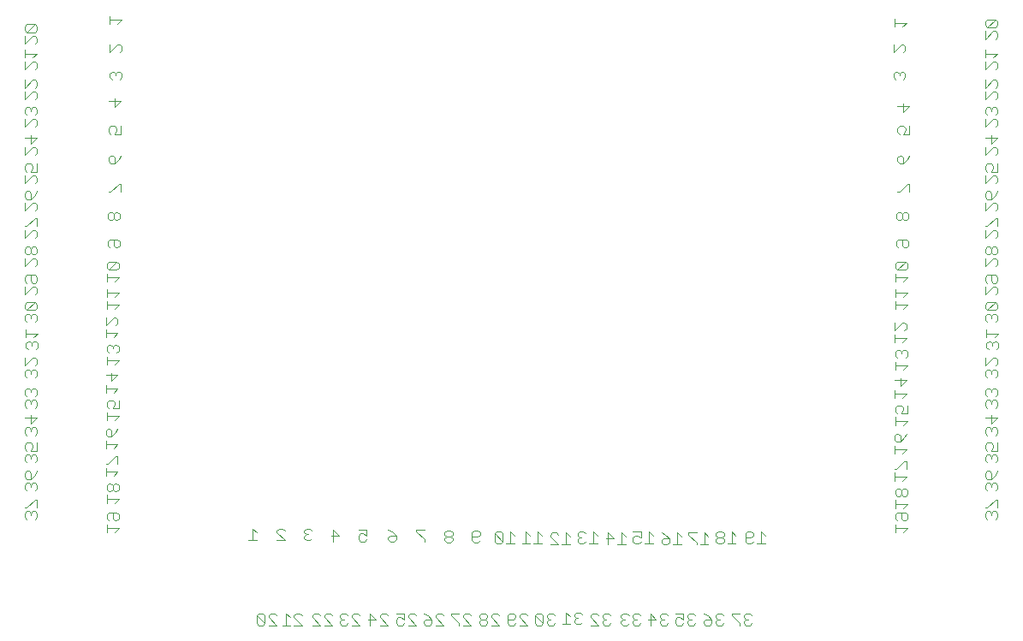
<source format=gbo>
G75*
%MOIN*%
%OFA0B0*%
%FSLAX25Y25*%
%IPPOS*%
%LPD*%
%AMOC8*
5,1,8,0,0,1.08239X$1,22.5*
%
%ADD10C,0.00400*%
D10*
X0082154Y0087311D02*
X0082154Y0090380D01*
X0082154Y0088846D02*
X0086757Y0088846D01*
X0085223Y0087311D01*
X0085223Y0091915D02*
X0084455Y0092682D01*
X0084455Y0094984D01*
X0082921Y0094984D02*
X0085990Y0094984D01*
X0086757Y0094217D01*
X0086757Y0092682D01*
X0085990Y0091915D01*
X0085223Y0091915D01*
X0082921Y0091915D02*
X0082154Y0092682D01*
X0082154Y0094217D01*
X0082921Y0094984D01*
X0082154Y0098728D02*
X0082154Y0101798D01*
X0082154Y0100263D02*
X0086757Y0100263D01*
X0085223Y0098728D01*
X0085223Y0103332D02*
X0085990Y0103332D01*
X0086757Y0104100D01*
X0086757Y0105634D01*
X0085990Y0106402D01*
X0085223Y0106402D01*
X0084455Y0105634D01*
X0084455Y0104100D01*
X0085223Y0103332D01*
X0084455Y0104100D02*
X0083688Y0103332D01*
X0082921Y0103332D01*
X0082154Y0104100D01*
X0082154Y0105634D01*
X0082921Y0106402D01*
X0083688Y0106402D01*
X0084455Y0105634D01*
X0084829Y0109358D02*
X0086364Y0110893D01*
X0081760Y0110893D01*
X0081760Y0109358D02*
X0081760Y0112428D01*
X0081760Y0113962D02*
X0082527Y0113962D01*
X0085596Y0117031D01*
X0086364Y0117031D01*
X0086364Y0113962D01*
X0084829Y0119988D02*
X0086364Y0121523D01*
X0081760Y0121523D01*
X0081760Y0123057D02*
X0081760Y0119988D01*
X0082527Y0124592D02*
X0081760Y0125359D01*
X0081760Y0126894D01*
X0082527Y0127661D01*
X0083294Y0127661D01*
X0084062Y0126894D01*
X0084062Y0124592D01*
X0082527Y0124592D01*
X0084062Y0124592D02*
X0085596Y0126127D01*
X0086364Y0127661D01*
X0085223Y0131012D02*
X0086757Y0132546D01*
X0082154Y0132546D01*
X0082154Y0131012D02*
X0082154Y0134081D01*
X0082921Y0135616D02*
X0082154Y0136383D01*
X0082154Y0137918D01*
X0082921Y0138685D01*
X0084455Y0138685D01*
X0085223Y0137918D01*
X0085223Y0137150D01*
X0084455Y0135616D01*
X0086757Y0135616D01*
X0086757Y0138685D01*
X0084829Y0141642D02*
X0086364Y0143176D01*
X0081760Y0143176D01*
X0081760Y0141642D02*
X0081760Y0144711D01*
X0084062Y0146246D02*
X0084062Y0149315D01*
X0086364Y0148548D02*
X0084062Y0146246D01*
X0081760Y0148548D02*
X0086364Y0148548D01*
X0085223Y0152665D02*
X0086757Y0154200D01*
X0082154Y0154200D01*
X0082154Y0152665D02*
X0082154Y0155735D01*
X0082921Y0157269D02*
X0082154Y0158037D01*
X0082154Y0159571D01*
X0082921Y0160339D01*
X0083688Y0160339D01*
X0084455Y0159571D01*
X0084455Y0158804D01*
X0084455Y0159571D02*
X0085223Y0160339D01*
X0085990Y0160339D01*
X0086757Y0159571D01*
X0086757Y0158037D01*
X0085990Y0157269D01*
X0084829Y0163295D02*
X0086364Y0164830D01*
X0081760Y0164830D01*
X0081760Y0163295D02*
X0081760Y0166365D01*
X0081760Y0167899D02*
X0084829Y0170968D01*
X0085596Y0170968D01*
X0086364Y0170201D01*
X0086364Y0168667D01*
X0085596Y0167899D01*
X0081760Y0167899D02*
X0081760Y0170968D01*
X0082154Y0174319D02*
X0082154Y0177388D01*
X0082154Y0175854D02*
X0086757Y0175854D01*
X0085223Y0174319D01*
X0085223Y0178923D02*
X0086757Y0180457D01*
X0082154Y0180457D01*
X0082154Y0178923D02*
X0082154Y0181992D01*
X0082154Y0184949D02*
X0082154Y0188018D01*
X0082154Y0186483D02*
X0086757Y0186483D01*
X0085223Y0184949D01*
X0085990Y0189553D02*
X0086757Y0190320D01*
X0086757Y0191855D01*
X0085990Y0192622D01*
X0082921Y0189553D01*
X0082154Y0190320D01*
X0082154Y0191855D01*
X0082921Y0192622D01*
X0085990Y0192622D01*
X0085990Y0189553D02*
X0082921Y0189553D01*
X0083315Y0198335D02*
X0082547Y0199102D01*
X0082547Y0200637D01*
X0083315Y0201404D01*
X0086384Y0201404D01*
X0087151Y0200637D01*
X0087151Y0199102D01*
X0086384Y0198335D01*
X0085617Y0198335D01*
X0084849Y0199102D01*
X0084849Y0201404D01*
X0084082Y0208965D02*
X0084849Y0209732D01*
X0084849Y0211267D01*
X0084082Y0212034D01*
X0083315Y0212034D01*
X0082547Y0211267D01*
X0082547Y0209732D01*
X0083315Y0208965D01*
X0084082Y0208965D01*
X0084849Y0209732D02*
X0085617Y0208965D01*
X0086384Y0208965D01*
X0087151Y0209732D01*
X0087151Y0211267D01*
X0086384Y0212034D01*
X0085617Y0212034D01*
X0084849Y0211267D01*
X0083708Y0219988D02*
X0082941Y0219988D01*
X0083708Y0219988D02*
X0086778Y0223057D01*
X0087545Y0223057D01*
X0087545Y0219988D01*
X0085243Y0231012D02*
X0085243Y0233314D01*
X0084476Y0234081D01*
X0083708Y0234081D01*
X0082941Y0233314D01*
X0082941Y0231779D01*
X0083708Y0231012D01*
X0085243Y0231012D01*
X0086778Y0232546D01*
X0087545Y0234081D01*
X0087545Y0242429D02*
X0085243Y0242429D01*
X0086010Y0243964D01*
X0086010Y0244731D01*
X0085243Y0245498D01*
X0083708Y0245498D01*
X0082941Y0244731D01*
X0082941Y0243196D01*
X0083708Y0242429D01*
X0087545Y0242429D02*
X0087545Y0245498D01*
X0085243Y0253059D02*
X0085243Y0256128D01*
X0082941Y0255361D02*
X0087545Y0255361D01*
X0085243Y0253059D01*
X0084102Y0263689D02*
X0083335Y0264456D01*
X0083335Y0265991D01*
X0084102Y0266758D01*
X0084869Y0266758D01*
X0085637Y0265991D01*
X0085637Y0265224D01*
X0085637Y0265991D02*
X0086404Y0266758D01*
X0087171Y0266758D01*
X0087939Y0265991D01*
X0087939Y0264456D01*
X0087171Y0263689D01*
X0087171Y0274319D02*
X0087939Y0275086D01*
X0087939Y0276621D01*
X0087171Y0277388D01*
X0086404Y0277388D01*
X0083335Y0274319D01*
X0083335Y0277388D01*
X0083335Y0285343D02*
X0083335Y0288412D01*
X0083335Y0286877D02*
X0087939Y0286877D01*
X0086404Y0285343D01*
X0054868Y0284374D02*
X0054868Y0282840D01*
X0054100Y0282072D01*
X0051031Y0282072D01*
X0054100Y0285142D01*
X0051031Y0285142D01*
X0050264Y0284374D01*
X0050264Y0282840D01*
X0051031Y0282072D01*
X0050264Y0280538D02*
X0050264Y0277469D01*
X0053333Y0280538D01*
X0054100Y0280538D01*
X0054868Y0279770D01*
X0054868Y0278236D01*
X0054100Y0277469D01*
X0050264Y0275299D02*
X0050264Y0272230D01*
X0050264Y0273765D02*
X0054868Y0273765D01*
X0053333Y0272230D01*
X0053333Y0270695D02*
X0050264Y0267626D01*
X0050264Y0270695D01*
X0053333Y0270695D02*
X0054100Y0270695D01*
X0054868Y0269928D01*
X0054868Y0268393D01*
X0054100Y0267626D01*
X0054100Y0263488D02*
X0054868Y0262721D01*
X0054868Y0261186D01*
X0054100Y0260419D01*
X0054100Y0258884D02*
X0054868Y0258117D01*
X0054868Y0256582D01*
X0054100Y0255815D01*
X0054100Y0252858D02*
X0053333Y0252858D01*
X0052566Y0252091D01*
X0051798Y0252858D01*
X0051031Y0252858D01*
X0050264Y0252091D01*
X0050264Y0250556D01*
X0051031Y0249789D01*
X0050264Y0248254D02*
X0050264Y0245185D01*
X0053333Y0248254D01*
X0054100Y0248254D01*
X0054868Y0247487D01*
X0054868Y0245952D01*
X0054100Y0245185D01*
X0052566Y0241835D02*
X0052566Y0238765D01*
X0054868Y0241067D01*
X0050264Y0241067D01*
X0050264Y0237231D02*
X0050264Y0234161D01*
X0053333Y0237231D01*
X0054100Y0237231D01*
X0054868Y0236463D01*
X0054868Y0234929D01*
X0054100Y0234161D01*
X0054868Y0230811D02*
X0054868Y0227742D01*
X0052566Y0227742D01*
X0053333Y0229276D01*
X0053333Y0230044D01*
X0052566Y0230811D01*
X0051031Y0230811D01*
X0050264Y0230044D01*
X0050264Y0228509D01*
X0051031Y0227742D01*
X0050264Y0226207D02*
X0050264Y0223138D01*
X0053333Y0226207D01*
X0054100Y0226207D01*
X0054868Y0225440D01*
X0054868Y0223905D01*
X0054100Y0223138D01*
X0054868Y0220181D02*
X0054100Y0218646D01*
X0052566Y0217112D01*
X0052566Y0219414D01*
X0051798Y0220181D01*
X0051031Y0220181D01*
X0050264Y0219414D01*
X0050264Y0217879D01*
X0051031Y0217112D01*
X0052566Y0217112D01*
X0053333Y0215577D02*
X0050264Y0212508D01*
X0050264Y0215577D01*
X0053333Y0215577D02*
X0054100Y0215577D01*
X0054868Y0214810D01*
X0054868Y0213275D01*
X0054100Y0212508D01*
X0054100Y0209551D02*
X0051031Y0206482D01*
X0050264Y0206482D01*
X0050264Y0204947D02*
X0050264Y0201878D01*
X0053333Y0204947D01*
X0054100Y0204947D01*
X0054868Y0204180D01*
X0054868Y0202645D01*
X0054100Y0201878D01*
X0054100Y0198528D02*
X0053333Y0198528D01*
X0052566Y0197760D01*
X0052566Y0196226D01*
X0053333Y0195458D01*
X0054100Y0195458D01*
X0054868Y0196226D01*
X0054868Y0197760D01*
X0054100Y0198528D01*
X0052566Y0197760D02*
X0051798Y0198528D01*
X0051031Y0198528D01*
X0050264Y0197760D01*
X0050264Y0196226D01*
X0051031Y0195458D01*
X0051798Y0195458D01*
X0052566Y0196226D01*
X0053333Y0193924D02*
X0054100Y0193924D01*
X0054868Y0193156D01*
X0054868Y0191622D01*
X0054100Y0190854D01*
X0053333Y0193924D02*
X0050264Y0190854D01*
X0050264Y0193924D01*
X0051031Y0187504D02*
X0054100Y0187504D01*
X0054868Y0186737D01*
X0054868Y0185202D01*
X0054100Y0184435D01*
X0053333Y0184435D01*
X0052566Y0185202D01*
X0052566Y0187504D01*
X0051031Y0187504D02*
X0050264Y0186737D01*
X0050264Y0185202D01*
X0051031Y0184435D01*
X0050264Y0182900D02*
X0050264Y0179831D01*
X0053333Y0182900D01*
X0054100Y0182900D01*
X0054868Y0182133D01*
X0054868Y0180598D01*
X0054100Y0179831D01*
X0054100Y0176874D02*
X0051031Y0176874D01*
X0050264Y0176107D01*
X0050264Y0174572D01*
X0051031Y0173805D01*
X0054100Y0176874D01*
X0054868Y0176107D01*
X0054868Y0174572D01*
X0054100Y0173805D01*
X0051031Y0173805D01*
X0051031Y0172270D02*
X0050264Y0171503D01*
X0050264Y0169968D01*
X0051031Y0169201D01*
X0052566Y0170735D02*
X0052566Y0171503D01*
X0051798Y0172270D01*
X0051031Y0172270D01*
X0052566Y0171503D02*
X0053333Y0172270D01*
X0054100Y0172270D01*
X0054868Y0171503D01*
X0054868Y0169968D01*
X0054100Y0169201D01*
X0050657Y0166244D02*
X0050657Y0163175D01*
X0050657Y0164709D02*
X0055261Y0164709D01*
X0053727Y0163175D01*
X0053727Y0161640D02*
X0052959Y0160873D01*
X0052192Y0161640D01*
X0051425Y0161640D01*
X0050657Y0160873D01*
X0050657Y0159338D01*
X0051425Y0158571D01*
X0052959Y0160105D02*
X0052959Y0160873D01*
X0053727Y0161640D02*
X0054494Y0161640D01*
X0055261Y0160873D01*
X0055261Y0159338D01*
X0054494Y0158571D01*
X0054100Y0155220D02*
X0054868Y0154453D01*
X0054868Y0152918D01*
X0054100Y0152151D01*
X0054100Y0150617D02*
X0053333Y0150617D01*
X0052566Y0149849D01*
X0051798Y0150617D01*
X0051031Y0150617D01*
X0050264Y0149849D01*
X0050264Y0148315D01*
X0051031Y0147547D01*
X0052566Y0149082D02*
X0052566Y0149849D01*
X0054100Y0150617D02*
X0054868Y0149849D01*
X0054868Y0148315D01*
X0054100Y0147547D01*
X0054100Y0143409D02*
X0053333Y0143409D01*
X0052566Y0142642D01*
X0051798Y0143409D01*
X0051031Y0143409D01*
X0050264Y0142642D01*
X0050264Y0141107D01*
X0051031Y0140340D01*
X0051031Y0138805D02*
X0050264Y0138038D01*
X0050264Y0136504D01*
X0051031Y0135736D01*
X0052566Y0137271D02*
X0052566Y0138038D01*
X0051798Y0138805D01*
X0051031Y0138805D01*
X0052566Y0138038D02*
X0053333Y0138805D01*
X0054100Y0138805D01*
X0054868Y0138038D01*
X0054868Y0136504D01*
X0054100Y0135736D01*
X0052566Y0132780D02*
X0052566Y0129710D01*
X0054868Y0132012D01*
X0050264Y0132012D01*
X0051031Y0128176D02*
X0050264Y0127408D01*
X0050264Y0125874D01*
X0051031Y0125106D01*
X0052566Y0126641D02*
X0052566Y0127408D01*
X0051798Y0128176D01*
X0051031Y0128176D01*
X0052566Y0127408D02*
X0053333Y0128176D01*
X0054100Y0128176D01*
X0054868Y0127408D01*
X0054868Y0125874D01*
X0054100Y0125106D01*
X0054868Y0122150D02*
X0054868Y0119080D01*
X0052566Y0119080D01*
X0053333Y0120615D01*
X0053333Y0121382D01*
X0052566Y0122150D01*
X0051031Y0122150D01*
X0050264Y0121382D01*
X0050264Y0119848D01*
X0051031Y0119080D01*
X0051031Y0117546D02*
X0050264Y0116778D01*
X0050264Y0115244D01*
X0051031Y0114476D01*
X0052566Y0116011D02*
X0052566Y0116778D01*
X0051798Y0117546D01*
X0051031Y0117546D01*
X0052566Y0116778D02*
X0053333Y0117546D01*
X0054100Y0117546D01*
X0054868Y0116778D01*
X0054868Y0115244D01*
X0054100Y0114476D01*
X0054868Y0111126D02*
X0054100Y0109591D01*
X0052566Y0108057D01*
X0052566Y0110359D01*
X0051798Y0111126D01*
X0051031Y0111126D01*
X0050264Y0110359D01*
X0050264Y0108824D01*
X0051031Y0108057D01*
X0052566Y0108057D01*
X0053333Y0106522D02*
X0052566Y0105755D01*
X0051798Y0106522D01*
X0051031Y0106522D01*
X0050264Y0105755D01*
X0050264Y0104220D01*
X0051031Y0103453D01*
X0052566Y0104987D02*
X0052566Y0105755D01*
X0053333Y0106522D02*
X0054100Y0106522D01*
X0054868Y0105755D01*
X0054868Y0104220D01*
X0054100Y0103453D01*
X0054100Y0100102D02*
X0051031Y0097033D01*
X0050264Y0097033D01*
X0051031Y0095498D02*
X0050264Y0094731D01*
X0050264Y0093196D01*
X0051031Y0092429D01*
X0052566Y0093964D02*
X0052566Y0094731D01*
X0051798Y0095498D01*
X0051031Y0095498D01*
X0052566Y0094731D02*
X0053333Y0095498D01*
X0054100Y0095498D01*
X0054868Y0094731D01*
X0054868Y0093196D01*
X0054100Y0092429D01*
X0054868Y0097033D02*
X0054868Y0100102D01*
X0054100Y0100102D01*
X0054100Y0140340D02*
X0054868Y0141107D01*
X0054868Y0142642D01*
X0054100Y0143409D01*
X0052566Y0142642D02*
X0052566Y0141875D01*
X0050264Y0152151D02*
X0053333Y0155220D01*
X0054100Y0155220D01*
X0050264Y0155220D02*
X0050264Y0152151D01*
X0054868Y0206482D02*
X0054868Y0209551D01*
X0054100Y0209551D01*
X0054100Y0249789D02*
X0054868Y0250556D01*
X0054868Y0252091D01*
X0054100Y0252858D01*
X0052566Y0252091D02*
X0052566Y0251324D01*
X0050264Y0255815D02*
X0053333Y0258884D01*
X0054100Y0258884D01*
X0050264Y0258884D02*
X0050264Y0255815D01*
X0050264Y0260419D02*
X0053333Y0263488D01*
X0054100Y0263488D01*
X0050264Y0263488D02*
X0050264Y0260419D01*
X0054868Y0284374D02*
X0054100Y0285142D01*
X0138880Y0088765D02*
X0138880Y0084161D01*
X0137346Y0084161D02*
X0140415Y0084161D01*
X0140415Y0087231D02*
X0138880Y0088765D01*
X0148369Y0087998D02*
X0149137Y0088765D01*
X0150671Y0088765D01*
X0151439Y0087998D01*
X0148369Y0087998D02*
X0148369Y0087231D01*
X0151439Y0084161D01*
X0148369Y0084161D01*
X0158999Y0084929D02*
X0159767Y0084161D01*
X0161301Y0084161D01*
X0162069Y0084929D01*
X0160534Y0086463D02*
X0159767Y0086463D01*
X0158999Y0085696D01*
X0158999Y0084929D01*
X0159767Y0086463D02*
X0158999Y0087231D01*
X0158999Y0087998D01*
X0159767Y0088765D01*
X0161301Y0088765D01*
X0162069Y0087998D01*
X0169629Y0086070D02*
X0172698Y0086070D01*
X0170396Y0088372D01*
X0170396Y0083768D01*
X0180259Y0084535D02*
X0181026Y0083768D01*
X0182561Y0083768D01*
X0183328Y0084535D01*
X0183328Y0086070D02*
X0181794Y0086837D01*
X0181026Y0086837D01*
X0180259Y0086070D01*
X0180259Y0084535D01*
X0183328Y0086070D02*
X0183328Y0088372D01*
X0180259Y0088372D01*
X0191676Y0088372D02*
X0193211Y0087604D01*
X0194746Y0086070D01*
X0192444Y0086070D01*
X0191676Y0085302D01*
X0191676Y0084535D01*
X0192444Y0083768D01*
X0193978Y0083768D01*
X0194746Y0084535D01*
X0194746Y0086070D01*
X0202700Y0087604D02*
X0205769Y0084535D01*
X0205769Y0083768D01*
X0205769Y0088372D02*
X0202700Y0088372D01*
X0202700Y0087604D01*
X0213724Y0087211D02*
X0213724Y0086443D01*
X0214491Y0085676D01*
X0216026Y0085676D01*
X0216793Y0086443D01*
X0216793Y0087211D01*
X0216026Y0087978D01*
X0214491Y0087978D01*
X0213724Y0087211D01*
X0214491Y0085676D02*
X0213724Y0084909D01*
X0213724Y0084141D01*
X0214491Y0083374D01*
X0216026Y0083374D01*
X0216793Y0084141D01*
X0216793Y0084909D01*
X0216026Y0085676D01*
X0224354Y0085676D02*
X0226656Y0085676D01*
X0227423Y0086443D01*
X0227423Y0087211D01*
X0226656Y0087978D01*
X0225121Y0087978D01*
X0224354Y0087211D01*
X0224354Y0084141D01*
X0225121Y0083374D01*
X0226656Y0083374D01*
X0227423Y0084141D01*
X0233135Y0083748D02*
X0233135Y0086817D01*
X0236205Y0083748D01*
X0235437Y0082980D01*
X0233903Y0082980D01*
X0233135Y0083748D01*
X0233135Y0086817D02*
X0233903Y0087584D01*
X0235437Y0087584D01*
X0236205Y0086817D01*
X0236205Y0083748D01*
X0237739Y0082980D02*
X0240809Y0082980D01*
X0239274Y0082980D02*
X0239274Y0087584D01*
X0240809Y0086050D01*
X0243765Y0082980D02*
X0246835Y0082980D01*
X0248369Y0082980D02*
X0251439Y0082980D01*
X0249904Y0082980D02*
X0249904Y0087584D01*
X0251439Y0086050D01*
X0254789Y0086423D02*
X0254789Y0085656D01*
X0257858Y0082587D01*
X0254789Y0082587D01*
X0254789Y0086423D02*
X0255556Y0087191D01*
X0257091Y0087191D01*
X0257858Y0086423D01*
X0260928Y0087191D02*
X0260928Y0082587D01*
X0262462Y0082587D02*
X0259393Y0082587D01*
X0262462Y0085656D02*
X0260928Y0087191D01*
X0265419Y0086817D02*
X0265419Y0086050D01*
X0266186Y0085282D01*
X0265419Y0084515D01*
X0265419Y0083748D01*
X0266186Y0082980D01*
X0267721Y0082980D01*
X0268488Y0083748D01*
X0270023Y0082980D02*
X0273092Y0082980D01*
X0271557Y0082980D02*
X0271557Y0087584D01*
X0273092Y0086050D01*
X0276443Y0084889D02*
X0279512Y0084889D01*
X0277210Y0087191D01*
X0277210Y0082587D01*
X0281046Y0082587D02*
X0284116Y0082587D01*
X0282581Y0082587D02*
X0282581Y0087191D01*
X0284116Y0085656D01*
X0287072Y0085282D02*
X0287840Y0086050D01*
X0288607Y0086050D01*
X0290142Y0085282D01*
X0290142Y0087584D01*
X0287072Y0087584D01*
X0287072Y0085282D02*
X0287072Y0083748D01*
X0287840Y0082980D01*
X0289374Y0082980D01*
X0290142Y0083748D01*
X0291676Y0082980D02*
X0294746Y0082980D01*
X0293211Y0082980D02*
X0293211Y0087584D01*
X0294746Y0086050D01*
X0298096Y0087191D02*
X0299631Y0086423D01*
X0301165Y0084889D01*
X0298863Y0084889D01*
X0298096Y0084121D01*
X0298096Y0083354D01*
X0298863Y0082587D01*
X0300398Y0082587D01*
X0301165Y0083354D01*
X0301165Y0084889D01*
X0302700Y0082587D02*
X0305769Y0082587D01*
X0304235Y0082587D02*
X0304235Y0087191D01*
X0305769Y0085656D01*
X0308726Y0086423D02*
X0311795Y0083354D01*
X0311795Y0082587D01*
X0313330Y0082587D02*
X0316399Y0082587D01*
X0314865Y0082587D02*
X0314865Y0087191D01*
X0316399Y0085656D01*
X0319356Y0086050D02*
X0320123Y0085282D01*
X0321658Y0085282D01*
X0322425Y0086050D01*
X0322425Y0086817D01*
X0321658Y0087584D01*
X0320123Y0087584D01*
X0319356Y0086817D01*
X0319356Y0086050D01*
X0320123Y0085282D02*
X0319356Y0084515D01*
X0319356Y0083748D01*
X0320123Y0082980D01*
X0321658Y0082980D01*
X0322425Y0083748D01*
X0322425Y0084515D01*
X0321658Y0085282D01*
X0323960Y0082980D02*
X0327029Y0082980D01*
X0325495Y0082980D02*
X0325495Y0087584D01*
X0327029Y0086050D01*
X0330773Y0086817D02*
X0330773Y0083748D01*
X0331541Y0082980D01*
X0333075Y0082980D01*
X0333843Y0083748D01*
X0335377Y0082980D02*
X0338446Y0082980D01*
X0336912Y0082980D02*
X0336912Y0087584D01*
X0338446Y0086050D01*
X0333843Y0086050D02*
X0333075Y0085282D01*
X0330773Y0085282D01*
X0330773Y0086817D02*
X0331541Y0087584D01*
X0333075Y0087584D01*
X0333843Y0086817D01*
X0333843Y0086050D01*
X0311795Y0087191D02*
X0308726Y0087191D01*
X0308726Y0086423D01*
X0268488Y0086817D02*
X0267721Y0087584D01*
X0266186Y0087584D01*
X0265419Y0086817D01*
X0266186Y0085282D02*
X0266954Y0085282D01*
X0246835Y0086050D02*
X0245300Y0087584D01*
X0245300Y0082980D01*
X0245159Y0055694D02*
X0243625Y0055694D01*
X0242857Y0054927D01*
X0242857Y0054160D01*
X0245927Y0051091D01*
X0242857Y0051091D01*
X0241323Y0051858D02*
X0240556Y0051091D01*
X0239021Y0051091D01*
X0238254Y0051858D01*
X0238254Y0054927D01*
X0239021Y0055694D01*
X0240556Y0055694D01*
X0241323Y0054927D01*
X0241323Y0054160D01*
X0240556Y0053393D01*
X0238254Y0053393D01*
X0234903Y0054927D02*
X0234136Y0055694D01*
X0232601Y0055694D01*
X0231834Y0054927D01*
X0231834Y0054160D01*
X0234903Y0051091D01*
X0231834Y0051091D01*
X0230299Y0051858D02*
X0230299Y0052625D01*
X0229532Y0053393D01*
X0227997Y0053393D01*
X0227230Y0052625D01*
X0227230Y0051858D01*
X0227997Y0051091D01*
X0229532Y0051091D01*
X0230299Y0051858D01*
X0229532Y0053393D02*
X0230299Y0054160D01*
X0230299Y0054927D01*
X0229532Y0055694D01*
X0227997Y0055694D01*
X0227230Y0054927D01*
X0227230Y0054160D01*
X0227997Y0053393D01*
X0223880Y0054927D02*
X0223112Y0055694D01*
X0221578Y0055694D01*
X0220810Y0054927D01*
X0220810Y0054160D01*
X0223880Y0051091D01*
X0220810Y0051091D01*
X0219276Y0051091D02*
X0219276Y0051858D01*
X0216206Y0054927D01*
X0216206Y0055694D01*
X0219276Y0055694D01*
X0213250Y0054927D02*
X0212482Y0055694D01*
X0210948Y0055694D01*
X0210180Y0054927D01*
X0210180Y0054160D01*
X0213250Y0051091D01*
X0210180Y0051091D01*
X0208646Y0051858D02*
X0207878Y0051091D01*
X0206344Y0051091D01*
X0205576Y0051858D01*
X0205576Y0052625D01*
X0206344Y0053393D01*
X0208646Y0053393D01*
X0208646Y0051858D01*
X0208646Y0053393D02*
X0207111Y0054927D01*
X0205576Y0055694D01*
X0202620Y0054927D02*
X0201852Y0055694D01*
X0200318Y0055694D01*
X0199550Y0054927D01*
X0199550Y0054160D01*
X0202620Y0051091D01*
X0199550Y0051091D01*
X0198016Y0051858D02*
X0197248Y0051091D01*
X0195714Y0051091D01*
X0194946Y0051858D01*
X0194946Y0053393D01*
X0195714Y0054160D01*
X0196481Y0054160D01*
X0198016Y0053393D01*
X0198016Y0055694D01*
X0194946Y0055694D01*
X0191596Y0054927D02*
X0190829Y0055694D01*
X0189294Y0055694D01*
X0188527Y0054927D01*
X0188527Y0054160D01*
X0191596Y0051091D01*
X0188527Y0051091D01*
X0186992Y0053393D02*
X0183923Y0053393D01*
X0184690Y0055694D02*
X0186992Y0053393D01*
X0184690Y0055694D02*
X0184690Y0051091D01*
X0180572Y0051091D02*
X0177503Y0054160D01*
X0177503Y0054927D01*
X0178270Y0055694D01*
X0179805Y0055694D01*
X0180572Y0054927D01*
X0180572Y0051091D02*
X0177503Y0051091D01*
X0175969Y0051858D02*
X0175201Y0051091D01*
X0173667Y0051091D01*
X0172899Y0051858D01*
X0172899Y0052625D01*
X0173667Y0053393D01*
X0174434Y0053393D01*
X0173667Y0053393D02*
X0172899Y0054160D01*
X0172899Y0054927D01*
X0173667Y0055694D01*
X0175201Y0055694D01*
X0175969Y0054927D01*
X0169943Y0054927D02*
X0169175Y0055694D01*
X0167641Y0055694D01*
X0166873Y0054927D01*
X0166873Y0054160D01*
X0169943Y0051091D01*
X0166873Y0051091D01*
X0165339Y0051091D02*
X0162269Y0054160D01*
X0162269Y0054927D01*
X0163037Y0055694D01*
X0164571Y0055694D01*
X0165339Y0054927D01*
X0165339Y0051091D02*
X0162269Y0051091D01*
X0158131Y0051091D02*
X0155062Y0054160D01*
X0155062Y0054927D01*
X0155830Y0055694D01*
X0157364Y0055694D01*
X0158131Y0054927D01*
X0158131Y0051091D02*
X0155062Y0051091D01*
X0153528Y0051091D02*
X0150458Y0051091D01*
X0151993Y0051091D02*
X0151993Y0055694D01*
X0153528Y0054160D01*
X0148289Y0054927D02*
X0147522Y0055694D01*
X0145987Y0055694D01*
X0145220Y0054927D01*
X0145220Y0054160D01*
X0148289Y0051091D01*
X0145220Y0051091D01*
X0143685Y0051858D02*
X0140616Y0054927D01*
X0140616Y0051858D01*
X0141383Y0051091D01*
X0142918Y0051091D01*
X0143685Y0051858D01*
X0143685Y0054927D01*
X0142918Y0055694D01*
X0141383Y0055694D01*
X0140616Y0054927D01*
X0245159Y0055694D02*
X0245927Y0054927D01*
X0248883Y0054927D02*
X0251953Y0051858D01*
X0251185Y0051091D01*
X0249651Y0051091D01*
X0248883Y0051858D01*
X0248883Y0054927D01*
X0249651Y0055694D01*
X0251185Y0055694D01*
X0251953Y0054927D01*
X0251953Y0051858D01*
X0253487Y0051858D02*
X0254255Y0051091D01*
X0255789Y0051091D01*
X0256557Y0051858D01*
X0255022Y0053393D02*
X0254255Y0053393D01*
X0253487Y0052625D01*
X0253487Y0051858D01*
X0254255Y0053393D02*
X0253487Y0054160D01*
X0253487Y0054927D01*
X0254255Y0055694D01*
X0255789Y0055694D01*
X0256557Y0054927D01*
X0259513Y0051484D02*
X0262583Y0051484D01*
X0261048Y0051484D02*
X0261048Y0056088D01*
X0262583Y0054554D01*
X0264117Y0054554D02*
X0264885Y0053786D01*
X0264117Y0053019D01*
X0264117Y0052252D01*
X0264885Y0051484D01*
X0266419Y0051484D01*
X0267187Y0052252D01*
X0265652Y0053786D02*
X0264885Y0053786D01*
X0264117Y0054554D02*
X0264117Y0055321D01*
X0264885Y0056088D01*
X0266419Y0056088D01*
X0267187Y0055321D01*
X0270537Y0054927D02*
X0271304Y0055694D01*
X0272839Y0055694D01*
X0273606Y0054927D01*
X0275141Y0054927D02*
X0275141Y0054160D01*
X0275908Y0053393D01*
X0275141Y0052625D01*
X0275141Y0051858D01*
X0275908Y0051091D01*
X0277443Y0051091D01*
X0278210Y0051858D01*
X0276676Y0053393D02*
X0275908Y0053393D01*
X0275141Y0054927D02*
X0275908Y0055694D01*
X0277443Y0055694D01*
X0278210Y0054927D01*
X0282348Y0054927D02*
X0282348Y0054160D01*
X0283115Y0053393D01*
X0282348Y0052625D01*
X0282348Y0051858D01*
X0283115Y0051091D01*
X0284650Y0051091D01*
X0285417Y0051858D01*
X0286952Y0051858D02*
X0287719Y0051091D01*
X0289254Y0051091D01*
X0290021Y0051858D01*
X0288487Y0053393D02*
X0287719Y0053393D01*
X0286952Y0052625D01*
X0286952Y0051858D01*
X0287719Y0053393D02*
X0286952Y0054160D01*
X0286952Y0054927D01*
X0287719Y0055694D01*
X0289254Y0055694D01*
X0290021Y0054927D01*
X0292978Y0053393D02*
X0296047Y0053393D01*
X0293745Y0055694D01*
X0293745Y0051091D01*
X0297582Y0051858D02*
X0298349Y0051091D01*
X0299884Y0051091D01*
X0300651Y0051858D01*
X0299117Y0053393D02*
X0298349Y0053393D01*
X0297582Y0052625D01*
X0297582Y0051858D01*
X0298349Y0053393D02*
X0297582Y0054160D01*
X0297582Y0054927D01*
X0298349Y0055694D01*
X0299884Y0055694D01*
X0300651Y0054927D01*
X0303608Y0055694D02*
X0306677Y0055694D01*
X0306677Y0053393D01*
X0305143Y0054160D01*
X0304375Y0054160D01*
X0303608Y0053393D01*
X0303608Y0051858D01*
X0304375Y0051091D01*
X0305910Y0051091D01*
X0306677Y0051858D01*
X0308212Y0051858D02*
X0308979Y0051091D01*
X0310514Y0051091D01*
X0311281Y0051858D01*
X0309746Y0053393D02*
X0308979Y0053393D01*
X0308212Y0052625D01*
X0308212Y0051858D01*
X0308979Y0053393D02*
X0308212Y0054160D01*
X0308212Y0054927D01*
X0308979Y0055694D01*
X0310514Y0055694D01*
X0311281Y0054927D01*
X0314632Y0055694D02*
X0316166Y0054927D01*
X0317701Y0053393D01*
X0315399Y0053393D01*
X0314632Y0052625D01*
X0314632Y0051858D01*
X0315399Y0051091D01*
X0316933Y0051091D01*
X0317701Y0051858D01*
X0317701Y0053393D01*
X0319235Y0054160D02*
X0320003Y0053393D01*
X0319235Y0052625D01*
X0319235Y0051858D01*
X0320003Y0051091D01*
X0321537Y0051091D01*
X0322305Y0051858D01*
X0320770Y0053393D02*
X0320003Y0053393D01*
X0319235Y0054160D02*
X0319235Y0054927D01*
X0320003Y0055694D01*
X0321537Y0055694D01*
X0322305Y0054927D01*
X0325655Y0054927D02*
X0328724Y0051858D01*
X0328724Y0051091D01*
X0330259Y0051858D02*
X0331026Y0051091D01*
X0332561Y0051091D01*
X0333328Y0051858D01*
X0331794Y0053393D02*
X0331026Y0053393D01*
X0330259Y0052625D01*
X0330259Y0051858D01*
X0331026Y0053393D02*
X0330259Y0054160D01*
X0330259Y0054927D01*
X0331026Y0055694D01*
X0332561Y0055694D01*
X0333328Y0054927D01*
X0328724Y0055694D02*
X0325655Y0055694D01*
X0325655Y0054927D01*
X0285417Y0054927D02*
X0284650Y0055694D01*
X0283115Y0055694D01*
X0282348Y0054927D01*
X0283115Y0053393D02*
X0283883Y0053393D01*
X0273606Y0051091D02*
X0270537Y0054160D01*
X0270537Y0054927D01*
X0270537Y0051091D02*
X0273606Y0051091D01*
X0389240Y0087311D02*
X0389240Y0090380D01*
X0389240Y0088846D02*
X0393844Y0088846D01*
X0392309Y0087311D01*
X0392309Y0091915D02*
X0391542Y0092682D01*
X0391542Y0094984D01*
X0390007Y0094984D02*
X0393077Y0094984D01*
X0393844Y0094217D01*
X0393844Y0092682D01*
X0393077Y0091915D01*
X0392309Y0091915D01*
X0390007Y0091915D02*
X0389240Y0092682D01*
X0389240Y0094217D01*
X0390007Y0094984D01*
X0389240Y0096760D02*
X0389240Y0099829D01*
X0389240Y0098294D02*
X0393844Y0098294D01*
X0392309Y0096760D01*
X0392309Y0101364D02*
X0391542Y0102131D01*
X0391542Y0103666D01*
X0390775Y0104433D01*
X0390007Y0104433D01*
X0389240Y0103666D01*
X0389240Y0102131D01*
X0390007Y0101364D01*
X0390775Y0101364D01*
X0391542Y0102131D01*
X0392309Y0101364D02*
X0393077Y0101364D01*
X0393844Y0102131D01*
X0393844Y0103666D01*
X0393077Y0104433D01*
X0392309Y0104433D01*
X0391542Y0103666D01*
X0391916Y0107390D02*
X0393450Y0108924D01*
X0388846Y0108924D01*
X0388846Y0107390D02*
X0388846Y0110459D01*
X0388846Y0111994D02*
X0389614Y0111994D01*
X0392683Y0115063D01*
X0393450Y0115063D01*
X0393450Y0111994D01*
X0391916Y0118020D02*
X0393450Y0119554D01*
X0388846Y0119554D01*
X0388846Y0118020D02*
X0388846Y0121089D01*
X0389614Y0122624D02*
X0388846Y0123391D01*
X0388846Y0124926D01*
X0389614Y0125693D01*
X0390381Y0125693D01*
X0391148Y0124926D01*
X0391148Y0122624D01*
X0389614Y0122624D01*
X0391148Y0122624D02*
X0392683Y0124158D01*
X0393450Y0125693D01*
X0392309Y0129043D02*
X0393844Y0130578D01*
X0389240Y0130578D01*
X0389240Y0129043D02*
X0389240Y0132113D01*
X0390007Y0133647D02*
X0389240Y0134415D01*
X0389240Y0135949D01*
X0390007Y0136717D01*
X0391542Y0136717D01*
X0392309Y0135949D01*
X0392309Y0135182D01*
X0391542Y0133647D01*
X0393844Y0133647D01*
X0393844Y0136717D01*
X0391916Y0139673D02*
X0393450Y0141208D01*
X0388846Y0141208D01*
X0388846Y0139673D02*
X0388846Y0142743D01*
X0391148Y0144277D02*
X0391148Y0147346D01*
X0388846Y0146579D02*
X0393450Y0146579D01*
X0391148Y0144277D01*
X0392309Y0150697D02*
X0393844Y0152231D01*
X0389240Y0152231D01*
X0389240Y0150697D02*
X0389240Y0153766D01*
X0390007Y0155301D02*
X0389240Y0156068D01*
X0389240Y0157603D01*
X0390007Y0158370D01*
X0390775Y0158370D01*
X0391542Y0157603D01*
X0391542Y0156835D01*
X0391542Y0157603D02*
X0392309Y0158370D01*
X0393077Y0158370D01*
X0393844Y0157603D01*
X0393844Y0156068D01*
X0393077Y0155301D01*
X0391916Y0161327D02*
X0393450Y0162861D01*
X0388846Y0162861D01*
X0388846Y0161327D02*
X0388846Y0164396D01*
X0388846Y0165931D02*
X0391916Y0169000D01*
X0392683Y0169000D01*
X0393450Y0168233D01*
X0393450Y0166698D01*
X0392683Y0165931D01*
X0388846Y0165931D02*
X0388846Y0169000D01*
X0389240Y0174319D02*
X0389240Y0177388D01*
X0389240Y0175854D02*
X0393844Y0175854D01*
X0392309Y0174319D01*
X0392309Y0178923D02*
X0393844Y0180457D01*
X0389240Y0180457D01*
X0389240Y0178923D02*
X0389240Y0181992D01*
X0389240Y0184949D02*
X0389240Y0188018D01*
X0389240Y0186483D02*
X0393844Y0186483D01*
X0392309Y0184949D01*
X0393077Y0189553D02*
X0390007Y0189553D01*
X0393077Y0192622D01*
X0390007Y0192622D01*
X0389240Y0191855D01*
X0389240Y0190320D01*
X0390007Y0189553D01*
X0393077Y0189553D02*
X0393844Y0190320D01*
X0393844Y0191855D01*
X0393077Y0192622D01*
X0392703Y0198335D02*
X0391936Y0199102D01*
X0391936Y0201404D01*
X0393470Y0201404D02*
X0390401Y0201404D01*
X0389634Y0200637D01*
X0389634Y0199102D01*
X0390401Y0198335D01*
X0392703Y0198335D02*
X0393470Y0198335D01*
X0394238Y0199102D01*
X0394238Y0200637D01*
X0393470Y0201404D01*
X0393470Y0208965D02*
X0392703Y0208965D01*
X0391936Y0209732D01*
X0391936Y0211267D01*
X0391168Y0212034D01*
X0390401Y0212034D01*
X0389634Y0211267D01*
X0389634Y0209732D01*
X0390401Y0208965D01*
X0391168Y0208965D01*
X0391936Y0209732D01*
X0391936Y0211267D02*
X0392703Y0212034D01*
X0393470Y0212034D01*
X0394238Y0211267D01*
X0394238Y0209732D01*
X0393470Y0208965D01*
X0394631Y0219988D02*
X0394631Y0223057D01*
X0393864Y0223057D01*
X0390795Y0219988D01*
X0390028Y0219988D01*
X0390795Y0231012D02*
X0390028Y0231779D01*
X0390028Y0233314D01*
X0390795Y0234081D01*
X0391562Y0234081D01*
X0392330Y0233314D01*
X0392330Y0231012D01*
X0390795Y0231012D01*
X0392330Y0231012D02*
X0393864Y0232546D01*
X0394631Y0234081D01*
X0394631Y0242429D02*
X0392330Y0242429D01*
X0393097Y0243964D01*
X0393097Y0244731D01*
X0392330Y0245498D01*
X0390795Y0245498D01*
X0390028Y0244731D01*
X0390028Y0243196D01*
X0390795Y0242429D01*
X0394631Y0242429D02*
X0394631Y0245498D01*
X0392330Y0251091D02*
X0392330Y0254160D01*
X0394631Y0253393D02*
X0392330Y0251091D01*
X0394631Y0253393D02*
X0390028Y0253393D01*
X0389220Y0263689D02*
X0388453Y0264456D01*
X0388453Y0265991D01*
X0389220Y0266758D01*
X0389987Y0266758D01*
X0390755Y0265991D01*
X0390755Y0265224D01*
X0390755Y0265991D02*
X0391522Y0266758D01*
X0392289Y0266758D01*
X0393057Y0265991D01*
X0393057Y0264456D01*
X0392289Y0263689D01*
X0392289Y0274319D02*
X0393057Y0275086D01*
X0393057Y0276621D01*
X0392289Y0277388D01*
X0391522Y0277388D01*
X0388453Y0274319D01*
X0388453Y0277388D01*
X0388846Y0284161D02*
X0388846Y0287231D01*
X0388846Y0285696D02*
X0393450Y0285696D01*
X0391916Y0284161D01*
X0424280Y0284808D02*
X0425047Y0284041D01*
X0428116Y0287110D01*
X0425047Y0287110D01*
X0424280Y0286343D01*
X0424280Y0284808D01*
X0425047Y0284041D02*
X0428116Y0284041D01*
X0428883Y0284808D01*
X0428883Y0286343D01*
X0428116Y0287110D01*
X0428116Y0282506D02*
X0428883Y0281739D01*
X0428883Y0280204D01*
X0428116Y0279437D01*
X0428116Y0282506D02*
X0427349Y0282506D01*
X0424280Y0279437D01*
X0424280Y0282506D01*
X0424280Y0275299D02*
X0424280Y0272230D01*
X0424280Y0273765D02*
X0428883Y0273765D01*
X0427349Y0272230D01*
X0427349Y0270695D02*
X0424280Y0267626D01*
X0424280Y0270695D01*
X0427349Y0270695D02*
X0428116Y0270695D01*
X0428883Y0269928D01*
X0428883Y0268393D01*
X0428116Y0267626D01*
X0428116Y0263488D02*
X0428883Y0262721D01*
X0428883Y0261186D01*
X0428116Y0260419D01*
X0428116Y0258884D02*
X0428883Y0258117D01*
X0428883Y0256582D01*
X0428116Y0255815D01*
X0428116Y0252858D02*
X0427349Y0252858D01*
X0426581Y0252091D01*
X0425814Y0252858D01*
X0425047Y0252858D01*
X0424280Y0252091D01*
X0424280Y0250556D01*
X0425047Y0249789D01*
X0424280Y0248254D02*
X0424280Y0245185D01*
X0427349Y0248254D01*
X0428116Y0248254D01*
X0428883Y0247487D01*
X0428883Y0245952D01*
X0428116Y0245185D01*
X0426581Y0241835D02*
X0426581Y0238765D01*
X0428883Y0241067D01*
X0424280Y0241067D01*
X0424280Y0237231D02*
X0424280Y0234161D01*
X0427349Y0237231D01*
X0428116Y0237231D01*
X0428883Y0236463D01*
X0428883Y0234929D01*
X0428116Y0234161D01*
X0428883Y0230811D02*
X0428883Y0227742D01*
X0426581Y0227742D01*
X0427349Y0229276D01*
X0427349Y0230044D01*
X0426581Y0230811D01*
X0425047Y0230811D01*
X0424280Y0230044D01*
X0424280Y0228509D01*
X0425047Y0227742D01*
X0424280Y0226207D02*
X0424280Y0223138D01*
X0427349Y0226207D01*
X0428116Y0226207D01*
X0428883Y0225440D01*
X0428883Y0223905D01*
X0428116Y0223138D01*
X0428883Y0220181D02*
X0428116Y0218646D01*
X0426581Y0217112D01*
X0426581Y0219414D01*
X0425814Y0220181D01*
X0425047Y0220181D01*
X0424280Y0219414D01*
X0424280Y0217879D01*
X0425047Y0217112D01*
X0426581Y0217112D01*
X0427349Y0215577D02*
X0428116Y0215577D01*
X0428883Y0214810D01*
X0428883Y0213275D01*
X0428116Y0212508D01*
X0428116Y0209551D02*
X0425047Y0206482D01*
X0424280Y0206482D01*
X0424280Y0204947D02*
X0424280Y0201878D01*
X0427349Y0204947D01*
X0428116Y0204947D01*
X0428883Y0204180D01*
X0428883Y0202645D01*
X0428116Y0201878D01*
X0428116Y0198528D02*
X0427349Y0198528D01*
X0426581Y0197760D01*
X0426581Y0196226D01*
X0427349Y0195458D01*
X0428116Y0195458D01*
X0428883Y0196226D01*
X0428883Y0197760D01*
X0428116Y0198528D01*
X0426581Y0197760D02*
X0425814Y0198528D01*
X0425047Y0198528D01*
X0424280Y0197760D01*
X0424280Y0196226D01*
X0425047Y0195458D01*
X0425814Y0195458D01*
X0426581Y0196226D01*
X0427349Y0193924D02*
X0428116Y0193924D01*
X0428883Y0193156D01*
X0428883Y0191622D01*
X0428116Y0190854D01*
X0427349Y0193924D02*
X0424280Y0190854D01*
X0424280Y0193924D01*
X0425047Y0187504D02*
X0428116Y0187504D01*
X0428883Y0186737D01*
X0428883Y0185202D01*
X0428116Y0184435D01*
X0427349Y0184435D01*
X0426581Y0185202D01*
X0426581Y0187504D01*
X0425047Y0187504D02*
X0424280Y0186737D01*
X0424280Y0185202D01*
X0425047Y0184435D01*
X0424280Y0182900D02*
X0424280Y0179831D01*
X0427349Y0182900D01*
X0428116Y0182900D01*
X0428883Y0182133D01*
X0428883Y0180598D01*
X0428116Y0179831D01*
X0428116Y0176874D02*
X0425047Y0176874D01*
X0424280Y0176107D01*
X0424280Y0174572D01*
X0425047Y0173805D01*
X0428116Y0176874D01*
X0428883Y0176107D01*
X0428883Y0174572D01*
X0428116Y0173805D01*
X0425047Y0173805D01*
X0425047Y0172270D02*
X0424280Y0171503D01*
X0424280Y0169968D01*
X0425047Y0169201D01*
X0426581Y0170735D02*
X0426581Y0171503D01*
X0425814Y0172270D01*
X0425047Y0172270D01*
X0426581Y0171503D02*
X0427349Y0172270D01*
X0428116Y0172270D01*
X0428883Y0171503D01*
X0428883Y0169968D01*
X0428116Y0169201D01*
X0424673Y0166244D02*
X0424673Y0163175D01*
X0424673Y0164709D02*
X0429277Y0164709D01*
X0427743Y0163175D01*
X0427743Y0161640D02*
X0426975Y0160873D01*
X0426208Y0161640D01*
X0425441Y0161640D01*
X0424673Y0160873D01*
X0424673Y0159338D01*
X0425441Y0158571D01*
X0426975Y0160105D02*
X0426975Y0160873D01*
X0427743Y0161640D02*
X0428510Y0161640D01*
X0429277Y0160873D01*
X0429277Y0159338D01*
X0428510Y0158571D01*
X0428116Y0155220D02*
X0428883Y0154453D01*
X0428883Y0152918D01*
X0428116Y0152151D01*
X0428116Y0150617D02*
X0427349Y0150617D01*
X0426581Y0149849D01*
X0425814Y0150617D01*
X0425047Y0150617D01*
X0424280Y0149849D01*
X0424280Y0148315D01*
X0425047Y0147547D01*
X0426581Y0149082D02*
X0426581Y0149849D01*
X0428116Y0150617D02*
X0428883Y0149849D01*
X0428883Y0148315D01*
X0428116Y0147547D01*
X0428116Y0143409D02*
X0427349Y0143409D01*
X0426581Y0142642D01*
X0425814Y0143409D01*
X0425047Y0143409D01*
X0424280Y0142642D01*
X0424280Y0141107D01*
X0425047Y0140340D01*
X0425047Y0138805D02*
X0424280Y0138038D01*
X0424280Y0136504D01*
X0425047Y0135736D01*
X0426581Y0137271D02*
X0426581Y0138038D01*
X0425814Y0138805D01*
X0425047Y0138805D01*
X0426581Y0138038D02*
X0427349Y0138805D01*
X0428116Y0138805D01*
X0428883Y0138038D01*
X0428883Y0136504D01*
X0428116Y0135736D01*
X0426581Y0132780D02*
X0426581Y0129710D01*
X0428883Y0132012D01*
X0424280Y0132012D01*
X0425047Y0128176D02*
X0424280Y0127408D01*
X0424280Y0125874D01*
X0425047Y0125106D01*
X0426581Y0126641D02*
X0426581Y0127408D01*
X0425814Y0128176D01*
X0425047Y0128176D01*
X0426581Y0127408D02*
X0427349Y0128176D01*
X0428116Y0128176D01*
X0428883Y0127408D01*
X0428883Y0125874D01*
X0428116Y0125106D01*
X0428883Y0122150D02*
X0428883Y0119080D01*
X0426581Y0119080D01*
X0427349Y0120615D01*
X0427349Y0121382D01*
X0426581Y0122150D01*
X0425047Y0122150D01*
X0424280Y0121382D01*
X0424280Y0119848D01*
X0425047Y0119080D01*
X0425047Y0117546D02*
X0424280Y0116778D01*
X0424280Y0115244D01*
X0425047Y0114476D01*
X0426581Y0116011D02*
X0426581Y0116778D01*
X0425814Y0117546D01*
X0425047Y0117546D01*
X0426581Y0116778D02*
X0427349Y0117546D01*
X0428116Y0117546D01*
X0428883Y0116778D01*
X0428883Y0115244D01*
X0428116Y0114476D01*
X0428883Y0111126D02*
X0428116Y0109591D01*
X0426581Y0108057D01*
X0426581Y0110359D01*
X0425814Y0111126D01*
X0425047Y0111126D01*
X0424280Y0110359D01*
X0424280Y0108824D01*
X0425047Y0108057D01*
X0426581Y0108057D01*
X0425814Y0106522D02*
X0425047Y0106522D01*
X0424280Y0105755D01*
X0424280Y0104220D01*
X0425047Y0103453D01*
X0426581Y0104987D02*
X0426581Y0105755D01*
X0425814Y0106522D01*
X0426581Y0105755D02*
X0427349Y0106522D01*
X0428116Y0106522D01*
X0428883Y0105755D01*
X0428883Y0104220D01*
X0428116Y0103453D01*
X0428116Y0100102D02*
X0425047Y0097033D01*
X0424280Y0097033D01*
X0425047Y0095498D02*
X0424280Y0094731D01*
X0424280Y0093196D01*
X0425047Y0092429D01*
X0426581Y0093964D02*
X0426581Y0094731D01*
X0425814Y0095498D01*
X0425047Y0095498D01*
X0426581Y0094731D02*
X0427349Y0095498D01*
X0428116Y0095498D01*
X0428883Y0094731D01*
X0428883Y0093196D01*
X0428116Y0092429D01*
X0428883Y0097033D02*
X0428883Y0100102D01*
X0428116Y0100102D01*
X0428116Y0140340D02*
X0428883Y0141107D01*
X0428883Y0142642D01*
X0428116Y0143409D01*
X0426581Y0142642D02*
X0426581Y0141875D01*
X0424280Y0152151D02*
X0427349Y0155220D01*
X0428116Y0155220D01*
X0424280Y0155220D02*
X0424280Y0152151D01*
X0428883Y0206482D02*
X0428883Y0209551D01*
X0428116Y0209551D01*
X0424280Y0212508D02*
X0427349Y0215577D01*
X0424280Y0215577D02*
X0424280Y0212508D01*
X0428116Y0249789D02*
X0428883Y0250556D01*
X0428883Y0252091D01*
X0428116Y0252858D01*
X0426581Y0252091D02*
X0426581Y0251324D01*
X0424280Y0255815D02*
X0427349Y0258884D01*
X0428116Y0258884D01*
X0424280Y0258884D02*
X0424280Y0255815D01*
X0424280Y0260419D02*
X0427349Y0263488D01*
X0428116Y0263488D01*
X0424280Y0263488D02*
X0424280Y0260419D01*
M02*

</source>
